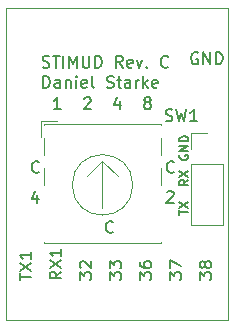
<source format=gbr>
G04 #@! TF.GenerationSoftware,KiCad,Pcbnew,(5.1.5)-3*
G04 #@! TF.CreationDate,2020-07-28T21:27:20+02:00*
G04 #@! TF.ProjectId,switch,73776974-6368-42e6-9b69-6361645f7063,rev?*
G04 #@! TF.SameCoordinates,PX18f3350PY2d4c310*
G04 #@! TF.FileFunction,Legend,Top*
G04 #@! TF.FilePolarity,Positive*
%FSLAX46Y46*%
G04 Gerber Fmt 4.6, Leading zero omitted, Abs format (unit mm)*
G04 Created by KiCad (PCBNEW (5.1.5)-3) date 2020-07-28 21:27:20*
%MOMM*%
%LPD*%
G04 APERTURE LIST*
%ADD10C,0.150000*%
%ADD11C,0.203200*%
%ADD12C,0.050000*%
%ADD13C,0.120000*%
G04 APERTURE END LIST*
D10*
X14695714Y8877429D02*
X14695714Y9312858D01*
X15457714Y9095143D02*
X14695714Y9095143D01*
X14695714Y9494286D02*
X15457714Y10002286D01*
X14695714Y10002286D02*
X15457714Y9494286D01*
X15457714Y11871000D02*
X15094857Y11617000D01*
X15457714Y11435572D02*
X14695714Y11435572D01*
X14695714Y11725858D01*
X14732000Y11798429D01*
X14768285Y11834715D01*
X14840857Y11871000D01*
X14949714Y11871000D01*
X15022285Y11834715D01*
X15058571Y11798429D01*
X15094857Y11725858D01*
X15094857Y11435572D01*
X14695714Y12125000D02*
X15457714Y12633000D01*
X14695714Y12633000D02*
X15457714Y12125000D01*
X14732000Y13957429D02*
X14695714Y13884858D01*
X14695714Y13776000D01*
X14732000Y13667143D01*
X14804571Y13594572D01*
X14877142Y13558286D01*
X15022285Y13522000D01*
X15131142Y13522000D01*
X15276285Y13558286D01*
X15348857Y13594572D01*
X15421428Y13667143D01*
X15457714Y13776000D01*
X15457714Y13848572D01*
X15421428Y13957429D01*
X15385142Y13993715D01*
X15131142Y13993715D01*
X15131142Y13848572D01*
X15457714Y14320286D02*
X14695714Y14320286D01*
X15457714Y14755715D01*
X14695714Y14755715D01*
X15457714Y15118572D02*
X14695714Y15118572D01*
X14695714Y15300000D01*
X14732000Y15408858D01*
X14804571Y15481429D01*
X14877142Y15517715D01*
X15022285Y15554000D01*
X15131142Y15554000D01*
X15276285Y15517715D01*
X15348857Y15481429D01*
X15421428Y15408858D01*
X15457714Y15300000D01*
X15457714Y15118572D01*
X13862880Y3413287D02*
X13862880Y4032334D01*
X14243833Y3699001D01*
X14243833Y3841858D01*
X14291452Y3937096D01*
X14339071Y3984715D01*
X14434309Y4032334D01*
X14672404Y4032334D01*
X14767642Y3984715D01*
X14815261Y3937096D01*
X14862880Y3841858D01*
X14862880Y3556144D01*
X14815261Y3460906D01*
X14767642Y3413287D01*
X13862880Y4365668D02*
X13862880Y5032334D01*
X14862880Y4603763D01*
X9072523Y7457358D02*
X9024904Y7409739D01*
X8882047Y7362120D01*
X8786809Y7362120D01*
X8643952Y7409739D01*
X8548714Y7504977D01*
X8501095Y7600215D01*
X8453476Y7790691D01*
X8453476Y7933548D01*
X8501095Y8124024D01*
X8548714Y8219262D01*
X8643952Y8314500D01*
X8786809Y8362120D01*
X8882047Y8362120D01*
X9024904Y8314500D01*
X9072523Y8266881D01*
X2797023Y12537358D02*
X2749404Y12489739D01*
X2606547Y12442120D01*
X2511309Y12442120D01*
X2368452Y12489739D01*
X2273214Y12584977D01*
X2225595Y12680215D01*
X2177976Y12870691D01*
X2177976Y13013548D01*
X2225595Y13204024D01*
X2273214Y13299262D01*
X2368452Y13394500D01*
X2511309Y13442120D01*
X2606547Y13442120D01*
X2749404Y13394500D01*
X2797023Y13346881D01*
X14227023Y12537358D02*
X14179404Y12489739D01*
X14036547Y12442120D01*
X13941309Y12442120D01*
X13798452Y12489739D01*
X13703214Y12584977D01*
X13655595Y12680215D01*
X13607976Y12870691D01*
X13607976Y13013548D01*
X13655595Y13204024D01*
X13703214Y13299262D01*
X13798452Y13394500D01*
X13941309Y13442120D01*
X14036547Y13442120D01*
X14179404Y13394500D01*
X14227023Y13346881D01*
X13631785Y10806881D02*
X13679404Y10854500D01*
X13774642Y10902120D01*
X14012738Y10902120D01*
X14107976Y10854500D01*
X14155595Y10806881D01*
X14203214Y10711643D01*
X14203214Y10616405D01*
X14155595Y10473548D01*
X13584166Y9902120D01*
X14203214Y9902120D01*
X2677976Y10568786D02*
X2677976Y9902120D01*
X2439880Y10949739D02*
X2201785Y10235453D01*
X2820833Y10235453D01*
X11895261Y18407048D02*
X11800023Y18454667D01*
X11752404Y18502286D01*
X11704785Y18597524D01*
X11704785Y18645143D01*
X11752404Y18740381D01*
X11800023Y18788000D01*
X11895261Y18835620D01*
X12085738Y18835620D01*
X12180976Y18788000D01*
X12228595Y18740381D01*
X12276214Y18645143D01*
X12276214Y18597524D01*
X12228595Y18502286D01*
X12180976Y18454667D01*
X12085738Y18407048D01*
X11895261Y18407048D01*
X11800023Y18359429D01*
X11752404Y18311810D01*
X11704785Y18216572D01*
X11704785Y18026096D01*
X11752404Y17930858D01*
X11800023Y17883239D01*
X11895261Y17835620D01*
X12085738Y17835620D01*
X12180976Y17883239D01*
X12228595Y17930858D01*
X12276214Y18026096D01*
X12276214Y18216572D01*
X12228595Y18311810D01*
X12180976Y18359429D01*
X12085738Y18407048D01*
X9640976Y18502286D02*
X9640976Y17835620D01*
X9402880Y18883239D02*
X9164785Y18168953D01*
X9783833Y18168953D01*
X6624785Y18740381D02*
X6672404Y18788000D01*
X6767642Y18835620D01*
X7005738Y18835620D01*
X7100976Y18788000D01*
X7148595Y18740381D01*
X7196214Y18645143D01*
X7196214Y18549905D01*
X7148595Y18407048D01*
X6577166Y17835620D01*
X7196214Y17835620D01*
X4656214Y17835620D02*
X4084785Y17835620D01*
X4370500Y17835620D02*
X4370500Y18835620D01*
X4275261Y18692762D01*
X4180023Y18597524D01*
X4084785Y18549905D01*
X16256095Y22598000D02*
X16160857Y22645620D01*
X16018000Y22645620D01*
X15875142Y22598000D01*
X15779904Y22502762D01*
X15732285Y22407524D01*
X15684666Y22217048D01*
X15684666Y22074191D01*
X15732285Y21883715D01*
X15779904Y21788477D01*
X15875142Y21693239D01*
X16018000Y21645620D01*
X16113238Y21645620D01*
X16256095Y21693239D01*
X16303714Y21740858D01*
X16303714Y22074191D01*
X16113238Y22074191D01*
X16732285Y21645620D02*
X16732285Y22645620D01*
X17303714Y21645620D01*
X17303714Y22645620D01*
X17779904Y21645620D02*
X17779904Y22645620D01*
X18018000Y22645620D01*
X18160857Y22598000D01*
X18256095Y22502762D01*
X18303714Y22407524D01*
X18351333Y22217048D01*
X18351333Y22074191D01*
X18303714Y21883715D01*
X18256095Y21788477D01*
X18160857Y21693239D01*
X18018000Y21645620D01*
X17779904Y21645620D01*
D11*
X3116556Y21401839D02*
X3259413Y21354220D01*
X3497508Y21354220D01*
X3592746Y21401839D01*
X3640365Y21449458D01*
X3687984Y21544696D01*
X3687984Y21639934D01*
X3640365Y21735172D01*
X3592746Y21782791D01*
X3497508Y21830410D01*
X3307032Y21878029D01*
X3211794Y21925648D01*
X3164175Y21973267D01*
X3116556Y22068505D01*
X3116556Y22163743D01*
X3164175Y22258981D01*
X3211794Y22306600D01*
X3307032Y22354220D01*
X3545127Y22354220D01*
X3687984Y22306600D01*
X3973699Y22354220D02*
X4545127Y22354220D01*
X4259413Y21354220D02*
X4259413Y22354220D01*
X4878460Y21354220D02*
X4878460Y22354220D01*
X5354651Y21354220D02*
X5354651Y22354220D01*
X5687984Y21639934D01*
X6021318Y22354220D01*
X6021318Y21354220D01*
X6497508Y22354220D02*
X6497508Y21544696D01*
X6545127Y21449458D01*
X6592746Y21401839D01*
X6687984Y21354220D01*
X6878460Y21354220D01*
X6973699Y21401839D01*
X7021318Y21449458D01*
X7068937Y21544696D01*
X7068937Y22354220D01*
X7545127Y21354220D02*
X7545127Y22354220D01*
X7783222Y22354220D01*
X7926080Y22306600D01*
X8021318Y22211362D01*
X8068937Y22116124D01*
X8116556Y21925648D01*
X8116556Y21782791D01*
X8068937Y21592315D01*
X8021318Y21497077D01*
X7926080Y21401839D01*
X7783222Y21354220D01*
X7545127Y21354220D01*
X9878460Y21354220D02*
X9545127Y21830410D01*
X9307032Y21354220D02*
X9307032Y22354220D01*
X9687984Y22354220D01*
X9783222Y22306600D01*
X9830841Y22258981D01*
X9878460Y22163743D01*
X9878460Y22020886D01*
X9830841Y21925648D01*
X9783222Y21878029D01*
X9687984Y21830410D01*
X9307032Y21830410D01*
X10687984Y21401839D02*
X10592746Y21354220D01*
X10402270Y21354220D01*
X10307032Y21401839D01*
X10259413Y21497077D01*
X10259413Y21878029D01*
X10307032Y21973267D01*
X10402270Y22020886D01*
X10592746Y22020886D01*
X10687984Y21973267D01*
X10735603Y21878029D01*
X10735603Y21782791D01*
X10259413Y21687553D01*
X11068937Y22020886D02*
X11307032Y21354220D01*
X11545127Y22020886D01*
X11926080Y21449458D02*
X11973699Y21401839D01*
X11926080Y21354220D01*
X11878460Y21401839D01*
X11926080Y21449458D01*
X11926080Y21354220D01*
X13735603Y21449458D02*
X13687984Y21401839D01*
X13545127Y21354220D01*
X13449889Y21354220D01*
X13307032Y21401839D01*
X13211794Y21497077D01*
X13164175Y21592315D01*
X13116556Y21782791D01*
X13116556Y21925648D01*
X13164175Y22116124D01*
X13211794Y22211362D01*
X13307032Y22306600D01*
X13449889Y22354220D01*
X13545127Y22354220D01*
X13687984Y22306600D01*
X13735603Y22258981D01*
X3164175Y19651020D02*
X3164175Y20651020D01*
X3402270Y20651020D01*
X3545127Y20603400D01*
X3640365Y20508162D01*
X3687984Y20412924D01*
X3735603Y20222448D01*
X3735603Y20079591D01*
X3687984Y19889115D01*
X3640365Y19793877D01*
X3545127Y19698639D01*
X3402270Y19651020D01*
X3164175Y19651020D01*
X4592746Y19651020D02*
X4592746Y20174829D01*
X4545127Y20270067D01*
X4449889Y20317686D01*
X4259413Y20317686D01*
X4164175Y20270067D01*
X4592746Y19698639D02*
X4497508Y19651020D01*
X4259413Y19651020D01*
X4164175Y19698639D01*
X4116556Y19793877D01*
X4116556Y19889115D01*
X4164175Y19984353D01*
X4259413Y20031972D01*
X4497508Y20031972D01*
X4592746Y20079591D01*
X5068937Y20317686D02*
X5068937Y19651020D01*
X5068937Y20222448D02*
X5116556Y20270067D01*
X5211794Y20317686D01*
X5354651Y20317686D01*
X5449889Y20270067D01*
X5497508Y20174829D01*
X5497508Y19651020D01*
X5973699Y19651020D02*
X5973699Y20317686D01*
X5973699Y20651020D02*
X5926080Y20603400D01*
X5973699Y20555781D01*
X6021318Y20603400D01*
X5973699Y20651020D01*
X5973699Y20555781D01*
X6830841Y19698639D02*
X6735603Y19651020D01*
X6545127Y19651020D01*
X6449889Y19698639D01*
X6402270Y19793877D01*
X6402270Y20174829D01*
X6449889Y20270067D01*
X6545127Y20317686D01*
X6735603Y20317686D01*
X6830841Y20270067D01*
X6878460Y20174829D01*
X6878460Y20079591D01*
X6402270Y19984353D01*
X7449889Y19651020D02*
X7354651Y19698639D01*
X7307032Y19793877D01*
X7307032Y20651020D01*
X8545127Y19698639D02*
X8687984Y19651020D01*
X8926080Y19651020D01*
X9021318Y19698639D01*
X9068937Y19746258D01*
X9116556Y19841496D01*
X9116556Y19936734D01*
X9068937Y20031972D01*
X9021318Y20079591D01*
X8926080Y20127210D01*
X8735603Y20174829D01*
X8640365Y20222448D01*
X8592746Y20270067D01*
X8545127Y20365305D01*
X8545127Y20460543D01*
X8592746Y20555781D01*
X8640365Y20603400D01*
X8735603Y20651020D01*
X8973699Y20651020D01*
X9116556Y20603400D01*
X9402270Y20317686D02*
X9783222Y20317686D01*
X9545127Y20651020D02*
X9545127Y19793877D01*
X9592746Y19698639D01*
X9687984Y19651020D01*
X9783222Y19651020D01*
X10545127Y19651020D02*
X10545127Y20174829D01*
X10497508Y20270067D01*
X10402270Y20317686D01*
X10211794Y20317686D01*
X10116556Y20270067D01*
X10545127Y19698639D02*
X10449889Y19651020D01*
X10211794Y19651020D01*
X10116556Y19698639D01*
X10068937Y19793877D01*
X10068937Y19889115D01*
X10116556Y19984353D01*
X10211794Y20031972D01*
X10449889Y20031972D01*
X10545127Y20079591D01*
X11021318Y19651020D02*
X11021318Y20317686D01*
X11021318Y20127210D02*
X11068937Y20222448D01*
X11116556Y20270067D01*
X11211794Y20317686D01*
X11307032Y20317686D01*
X11640365Y19651020D02*
X11640365Y20651020D01*
X11735603Y20031972D02*
X12021318Y19651020D01*
X12021318Y20317686D02*
X11640365Y19936734D01*
X12830841Y19698639D02*
X12735603Y19651020D01*
X12545127Y19651020D01*
X12449889Y19698639D01*
X12402270Y19793877D01*
X12402270Y20174829D01*
X12449889Y20270067D01*
X12545127Y20317686D01*
X12735603Y20317686D01*
X12830841Y20270067D01*
X12878460Y20174829D01*
X12878460Y20079591D01*
X12402270Y19984353D01*
D10*
X11322880Y3413287D02*
X11322880Y4032334D01*
X11703833Y3699001D01*
X11703833Y3841858D01*
X11751452Y3937096D01*
X11799071Y3984715D01*
X11894309Y4032334D01*
X12132404Y4032334D01*
X12227642Y3984715D01*
X12275261Y3937096D01*
X12322880Y3841858D01*
X12322880Y3556144D01*
X12275261Y3460906D01*
X12227642Y3413287D01*
X11322880Y4889477D02*
X11322880Y4699001D01*
X11370500Y4603763D01*
X11418119Y4556144D01*
X11560976Y4460906D01*
X11751452Y4413287D01*
X12132404Y4413287D01*
X12227642Y4460906D01*
X12275261Y4508525D01*
X12322880Y4603763D01*
X12322880Y4794239D01*
X12275261Y4889477D01*
X12227642Y4937096D01*
X12132404Y4984715D01*
X11894309Y4984715D01*
X11799071Y4937096D01*
X11751452Y4889477D01*
X11703833Y4794239D01*
X11703833Y4603763D01*
X11751452Y4508525D01*
X11799071Y4460906D01*
X11894309Y4413287D01*
X16402880Y3413287D02*
X16402880Y4032334D01*
X16783833Y3699001D01*
X16783833Y3841858D01*
X16831452Y3937096D01*
X16879071Y3984715D01*
X16974309Y4032334D01*
X17212404Y4032334D01*
X17307642Y3984715D01*
X17355261Y3937096D01*
X17402880Y3841858D01*
X17402880Y3556144D01*
X17355261Y3460906D01*
X17307642Y3413287D01*
X16831452Y4603763D02*
X16783833Y4508525D01*
X16736214Y4460906D01*
X16640976Y4413287D01*
X16593357Y4413287D01*
X16498119Y4460906D01*
X16450500Y4508525D01*
X16402880Y4603763D01*
X16402880Y4794239D01*
X16450500Y4889477D01*
X16498119Y4937096D01*
X16593357Y4984715D01*
X16640976Y4984715D01*
X16736214Y4937096D01*
X16783833Y4889477D01*
X16831452Y4794239D01*
X16831452Y4603763D01*
X16879071Y4508525D01*
X16926690Y4460906D01*
X17021928Y4413287D01*
X17212404Y4413287D01*
X17307642Y4460906D01*
X17355261Y4508525D01*
X17402880Y4603763D01*
X17402880Y4794239D01*
X17355261Y4889477D01*
X17307642Y4937096D01*
X17212404Y4984715D01*
X17021928Y4984715D01*
X16926690Y4937096D01*
X16879071Y4889477D01*
X16831452Y4794239D01*
X1162880Y3365667D02*
X1162880Y3937096D01*
X2162880Y3651382D02*
X1162880Y3651382D01*
X1162880Y4175191D02*
X2162880Y4841858D01*
X1162880Y4841858D02*
X2162880Y4175191D01*
X2162880Y5746620D02*
X2162880Y5175191D01*
X2162880Y5460905D02*
X1162880Y5460905D01*
X1305738Y5365667D01*
X1400976Y5270429D01*
X1448595Y5175191D01*
X4702880Y4079953D02*
X4226690Y3746620D01*
X4702880Y3508525D02*
X3702880Y3508525D01*
X3702880Y3889477D01*
X3750500Y3984715D01*
X3798119Y4032334D01*
X3893357Y4079953D01*
X4036214Y4079953D01*
X4131452Y4032334D01*
X4179071Y3984715D01*
X4226690Y3889477D01*
X4226690Y3508525D01*
X3702880Y4413287D02*
X4702880Y5079953D01*
X3702880Y5079953D02*
X4702880Y4413287D01*
X4702880Y5984715D02*
X4702880Y5413287D01*
X4702880Y5699001D02*
X3702880Y5699001D01*
X3845738Y5603763D01*
X3940976Y5508525D01*
X3988595Y5413287D01*
X8782880Y3413287D02*
X8782880Y4032334D01*
X9163833Y3699001D01*
X9163833Y3841858D01*
X9211452Y3937096D01*
X9259071Y3984715D01*
X9354309Y4032334D01*
X9592404Y4032334D01*
X9687642Y3984715D01*
X9735261Y3937096D01*
X9782880Y3841858D01*
X9782880Y3556144D01*
X9735261Y3460906D01*
X9687642Y3413287D01*
X8782880Y4365668D02*
X8782880Y4984715D01*
X9163833Y4651382D01*
X9163833Y4794239D01*
X9211452Y4889477D01*
X9259071Y4937096D01*
X9354309Y4984715D01*
X9592404Y4984715D01*
X9687642Y4937096D01*
X9735261Y4889477D01*
X9782880Y4794239D01*
X9782880Y4508525D01*
X9735261Y4413287D01*
X9687642Y4365668D01*
X6242880Y3413287D02*
X6242880Y4032334D01*
X6623833Y3699001D01*
X6623833Y3841858D01*
X6671452Y3937096D01*
X6719071Y3984715D01*
X6814309Y4032334D01*
X7052404Y4032334D01*
X7147642Y3984715D01*
X7195261Y3937096D01*
X7242880Y3841858D01*
X7242880Y3556144D01*
X7195261Y3460906D01*
X7147642Y3413287D01*
X6338119Y4413287D02*
X6290500Y4460906D01*
X6242880Y4556144D01*
X6242880Y4794239D01*
X6290500Y4889477D01*
X6338119Y4937096D01*
X6433357Y4984715D01*
X6528595Y4984715D01*
X6671452Y4937096D01*
X7242880Y4365668D01*
X7242880Y4984715D01*
D12*
X18796000Y26416000D02*
X0Y26416000D01*
X18796000Y0D02*
X18796000Y26416000D01*
X0Y0D02*
X18796000Y0D01*
X0Y26416000D02*
X0Y0D01*
D13*
X15688000Y15808000D02*
X17018000Y15808000D01*
X15688000Y14478000D02*
X15688000Y15808000D01*
X15688000Y13208000D02*
X18348000Y13208000D01*
X18348000Y13208000D02*
X18348000Y8068000D01*
X15688000Y13208000D02*
X15688000Y8068000D01*
X15688000Y8068000D02*
X18348000Y8068000D01*
X2950500Y16847000D02*
X4320500Y16847000D01*
X2950500Y15477000D02*
X2950500Y16847000D01*
X8180500Y13477000D02*
X9460500Y12197000D01*
X6900500Y12197000D02*
X8180500Y13477000D01*
X8180500Y13350000D02*
X8180500Y9510000D01*
X2950500Y16847000D02*
X4320500Y16847000D01*
X2950500Y15477000D02*
X2950500Y16847000D01*
X13120500Y12827000D02*
X13120500Y11437000D01*
X13120500Y15367000D02*
X13120500Y13977000D01*
X3240500Y12827000D02*
X3240500Y11437000D01*
X3240500Y15367000D02*
X3240500Y13977000D01*
X13120500Y6517000D02*
X13120500Y6597000D01*
X3230500Y6517000D02*
X13120500Y6517000D01*
X3230500Y6597000D02*
X3230500Y6517000D01*
X13120500Y16597000D02*
X13120500Y16517000D01*
X3230500Y16597000D02*
X13120500Y16597000D01*
X3230500Y16517000D02*
X3230500Y16597000D01*
X10740500Y11430000D02*
G75*
G03X10740500Y11430000I-2560000J0D01*
G01*
D10*
X13525666Y16867239D02*
X13668523Y16819620D01*
X13906619Y16819620D01*
X14001857Y16867239D01*
X14049476Y16914858D01*
X14097095Y17010096D01*
X14097095Y17105334D01*
X14049476Y17200572D01*
X14001857Y17248191D01*
X13906619Y17295810D01*
X13716142Y17343429D01*
X13620904Y17391048D01*
X13573285Y17438667D01*
X13525666Y17533905D01*
X13525666Y17629143D01*
X13573285Y17724381D01*
X13620904Y17772000D01*
X13716142Y17819620D01*
X13954238Y17819620D01*
X14097095Y17772000D01*
X14430428Y17819620D02*
X14668523Y16819620D01*
X14859000Y17533905D01*
X15049476Y16819620D01*
X15287571Y17819620D01*
X16192333Y16819620D02*
X15620904Y16819620D01*
X15906619Y16819620D02*
X15906619Y17819620D01*
X15811380Y17676762D01*
X15716142Y17581524D01*
X15620904Y17533905D01*
M02*

</source>
